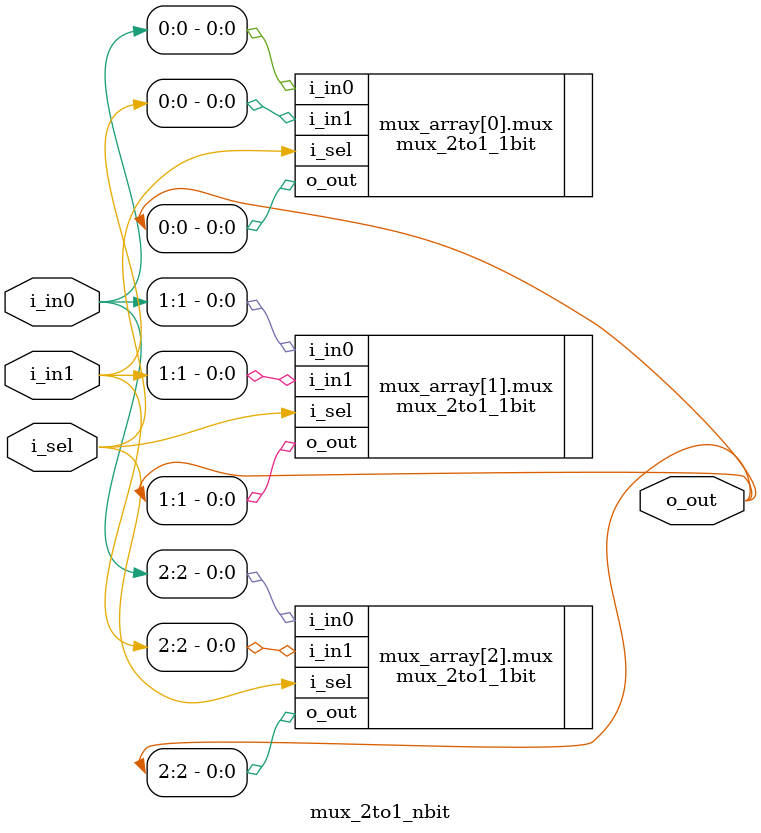
<source format=sv>
module mux_2to1_nbit #(
    parameter N = 3 // Default width = 3 bits
)(
    input  wire [N-1:0] i_in0, // Input 0 (N bits)
    input  wire [N-1:0] i_in1, // Input 1 (N bits)
    input  wire          i_sel, // Select line
    output wire [N-1:0] o_out   // Output (N bits)
);
    genvar i;
    generate
        for (i = 0; i < N; i = i + 1) begin : mux_array
            mux_2to1_1bit mux (
                .i_in0(i_in0[i]),
                .i_in1(i_in1[i]),
                .i_sel(i_sel),
                .o_out(o_out[i])
            );
        end
    endgenerate
endmodule

</source>
